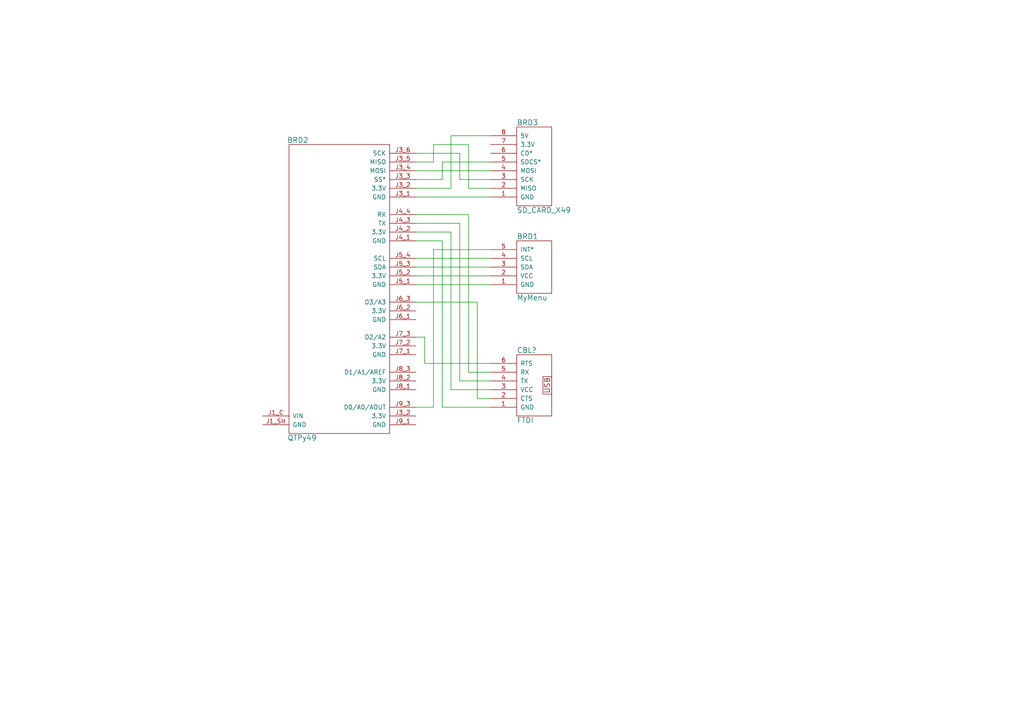
<source format=kicad_sch>
(kicad_sch (version 20211123) (generator eeschema)
  (paper "A4")
  (lib_symbols
    (symbol "LandBoards_Cards:FTDI" (pin_names (offset 1.016))
      (property "Reference" "BRD" (at 2.54 19.05 0))
      (property "Value" "FTDI" (at 2.54 -1.27 0))
      (symbol "FTDI_0_0"
        (rectangle (start -5.08 0) (end 5.08 17.78))
        (rectangle (start -5.08 11.43) (end -2.54 6.35))
        (text "USB" (at -3.81 8.89 900) (effects (font (size 1.524 1.524))))
      )
      (symbol "FTDI_1_1"
        (pin power_out line (at 12.7 15.24 180) (length 7.62) (name "GND") (number "1"))
        (pin input line (at 12.7 12.7 180) (length 7.62) (name "CTS") (number "2"))
        (pin power_out line (at 12.7 10.16 180) (length 7.62) (name "VCC") (number "3"))
        (pin output line (at 12.7 7.62 180) (length 7.62) (name "TX") (number "4"))
        (pin input line (at 12.7 5.08 180) (length 7.62) (name "RX") (number "5"))
        (pin output line (at 12.7 2.54 180) (length 7.62) (name "RTS") (number "6"))
      )
    )
    (symbol "LandBoards_Cards:MyMenu" (pin_names (offset 1.016))
      (property "Reference" "BRD" (at 1.27 11.43 0))
      (property "Value" "MyMenu" (at 0 -6.35 0))
      (symbol "MyMenu_0_0"
        (rectangle (start -5.08 10.16) (end 5.08 -5.08))
      )
      (symbol "MyMenu_1_1"
        (pin power_in line (at 12.7 7.62 180) (length 7.62) (name "GND") (number "1"))
        (pin power_in line (at 12.7 5.08 180) (length 7.62) (name "VCC") (number "2"))
        (pin bidirectional line (at 12.7 2.54 180) (length 7.62) (name "SDA") (number "3"))
        (pin input line (at 12.7 0 180) (length 7.62) (name "SCL") (number "4"))
        (pin output line (at 12.7 -2.54 180) (length 7.62) (name "INT*") (number "5"))
      )
    )
    (symbol "LandBoards_Cards:QTPy49" (pin_names (offset 1.016))
      (property "Reference" "BRD" (at -1.27 45.72 0))
      (property "Value" "QTPy49" (at -1.27 -40.64 0))
      (symbol "QTPy49_0_0"
        (rectangle (start -16.51 44.45) (end 12.7 -39.37))
      )
      (symbol "QTPy49_1_1"
        (pin power_in line (at -24.13 -34.29 0) (length 7.62) (name "VIN") (number "J1_C"))
        (pin power_in line (at -24.13 -36.83 0) (length 7.62) (name "GND") (number "J1_SH"))
        (pin power_in line (at 20.32 29.21 180) (length 7.62) (name "GND") (number "J3_1"))
        (pin power_out line (at 20.32 -34.29 180) (length 7.62) (name "3.3V") (number "J3_2"))
        (pin power_out line (at 20.32 31.75 180) (length 7.62) (name "3.3V") (number "J3_2"))
        (pin output line (at 20.32 34.29 180) (length 7.62) (name "SS*") (number "J3_3"))
        (pin output line (at 20.32 36.83 180) (length 7.62) (name "MOSI") (number "J3_4"))
        (pin input line (at 20.32 39.37 180) (length 7.62) (name "MISO") (number "J3_5"))
        (pin output line (at 20.32 41.91 180) (length 7.62) (name "SCK") (number "J3_6"))
        (pin power_in line (at 20.32 16.51 180) (length 7.62) (name "GND") (number "J4_1"))
        (pin power_out line (at 20.32 19.05 180) (length 7.62) (name "3.3V") (number "J4_2"))
        (pin output line (at 20.32 21.59 180) (length 7.62) (name "TX") (number "J4_3"))
        (pin output line (at 20.32 24.13 180) (length 7.62) (name "RX") (number "J4_4"))
        (pin power_in line (at 20.32 3.81 180) (length 7.62) (name "GND") (number "J5_1"))
        (pin power_out line (at 20.32 6.35 180) (length 7.62) (name "3.3V") (number "J5_2"))
        (pin bidirectional line (at 20.32 8.89 180) (length 7.62) (name "SDA") (number "J5_3"))
        (pin output line (at 20.32 11.43 180) (length 7.62) (name "SCL") (number "J5_4"))
        (pin power_in line (at 20.32 -6.35 180) (length 7.62) (name "GND") (number "J6_1"))
        (pin power_out line (at 20.32 -3.81 180) (length 7.62) (name "3.3V") (number "J6_2"))
        (pin bidirectional line (at 20.32 -1.27 180) (length 7.62) (name "D3/A3") (number "J6_3"))
        (pin power_in line (at 20.32 -16.51 180) (length 7.62) (name "GND") (number "J7_1"))
        (pin power_out line (at 20.32 -13.97 180) (length 7.62) (name "3.3V") (number "J7_2"))
        (pin bidirectional line (at 20.32 -11.43 180) (length 7.62) (name "D2/A2") (number "J7_3"))
        (pin power_in line (at 20.32 -26.67 180) (length 7.62) (name "GND") (number "J8_1"))
        (pin power_out line (at 20.32 -24.13 180) (length 7.62) (name "3.3V") (number "J8_2"))
        (pin bidirectional line (at 20.32 -21.59 180) (length 7.62) (name "D1/A1/AREF") (number "J8_3"))
        (pin power_in line (at 20.32 -36.83 180) (length 7.62) (name "GND") (number "J9_1"))
        (pin bidirectional line (at 20.32 -31.75 180) (length 7.62) (name "D0/A0/AOUT") (number "J9_3"))
      )
    )
    (symbol "LandBoards_Cards:SD_CARD_X49" (pin_names (offset 1.016))
      (property "Reference" "BRD" (at 0 11.43 0))
      (property "Value" "SD_CARD_X49" (at 0 -13.97 0))
      (symbol "SD_CARD_X49_0_0"
        (rectangle (start -5.08 10.16) (end 5.08 -12.7))
      )
      (symbol "SD_CARD_X49_1_1"
        (pin power_in line (at -12.7 -10.16 0) (length 7.62) (name "GND") (number "1"))
        (pin output line (at -12.7 -7.62 0) (length 7.62) (name "MISO") (number "2"))
        (pin input line (at -12.7 -5.08 0) (length 7.62) (name "SCK") (number "3"))
        (pin input line (at -12.7 -2.54 0) (length 7.62) (name "MOSI") (number "4"))
        (pin input line (at -12.7 0 0) (length 7.62) (name "SDCS*") (number "5"))
        (pin output line (at -12.7 2.54 0) (length 7.62) (name "CD*") (number "6"))
        (pin power_out line (at -12.7 5.08 0) (length 7.62) (name "3.3V") (number "7"))
        (pin power_in line (at -12.7 7.62 0) (length 7.62) (name "5V") (number "8"))
      )
    )
  )
  (wire (pts (xy 130.81 113.03) (xy 130.81 67.31)))
  (wire (pts (xy 135.89 41.91) (xy 125.73 41.91)))
  (wire (pts (xy 125.73 46.99) (xy 120.65 46.99)))
  (wire (pts (xy 120.65 77.47) (xy 142.24 77.47)))
  (wire (pts (xy 135.89 54.61) (xy 135.89 41.91)))
  (wire (pts (xy 120.65 74.93) (xy 142.24 74.93)))
  (wire (pts (xy 120.65 57.15) (xy 142.24 57.15)))
  (wire (pts (xy 135.89 107.95) (xy 135.89 62.23)))
  (wire (pts (xy 128.27 69.85) (xy 120.65 69.85)))
  (wire (pts (xy 135.89 54.61) (xy 142.24 54.61)))
  (wire (pts (xy 128.27 46.99) (xy 142.24 46.99)))
  (wire (pts (xy 120.65 87.63) (xy 138.43 87.63)))
  (wire (pts (xy 120.65 82.55) (xy 142.24 82.55)))
  (wire (pts (xy 142.24 110.49) (xy 133.35 110.49)))
  (wire (pts (xy 125.73 72.39) (xy 142.24 72.39)))
  (wire (pts (xy 138.43 87.63) (xy 138.43 115.57)))
  (wire (pts (xy 142.24 113.03) (xy 130.81 113.03)))
  (wire (pts (xy 142.24 118.11) (xy 128.27 118.11)))
  (wire (pts (xy 123.19 97.79) (xy 123.19 105.41)))
  (wire (pts (xy 120.65 54.61) (xy 130.81 54.61)))
  (wire (pts (xy 120.65 97.79) (xy 123.19 97.79)))
  (wire (pts (xy 133.35 52.07) (xy 133.35 44.45)))
  (wire (pts (xy 128.27 118.11) (xy 128.27 69.85)))
  (wire (pts (xy 133.35 44.45) (xy 120.65 44.45)))
  (wire (pts (xy 125.73 118.11) (xy 125.73 72.39)))
  (wire (pts (xy 142.24 52.07) (xy 133.35 52.07)))
  (wire (pts (xy 133.35 110.49) (xy 133.35 64.77)))
  (wire (pts (xy 133.35 64.77) (xy 120.65 64.77)))
  (wire (pts (xy 120.65 118.11) (xy 125.73 118.11)))
  (wire (pts (xy 120.65 80.01) (xy 142.24 80.01)))
  (wire (pts (xy 130.81 39.37) (xy 142.24 39.37)))
  (wire (pts (xy 128.27 52.07) (xy 128.27 46.99)))
  (wire (pts (xy 125.73 41.91) (xy 125.73 46.99)))
  (wire (pts (xy 120.65 52.07) (xy 128.27 52.07)))
  (wire (pts (xy 142.24 107.95) (xy 135.89 107.95)))
  (wire (pts (xy 120.65 49.53) (xy 142.24 49.53)))
  (wire (pts (xy 130.81 67.31) (xy 120.65 67.31)))
  (wire (pts (xy 123.19 105.41) (xy 142.24 105.41)))
  (wire (pts (xy 138.43 115.57) (xy 142.24 115.57)))
  (wire (pts (xy 130.81 54.61) (xy 130.81 39.37)))
  (wire (pts (xy 135.89 62.23) (xy 120.65 62.23)))
  (symbol (lib_id "LandBoards_Cards:MyMenu") (at 154.94 74.93 180) (unit 1)
    (property "Reference" "BRD1" (at 149.86 68.58 0) (effects (font (size 1.524 1.524)) (justify right)))
    (property "Value" "MyMenu" (at 149.86 86.36 0) (effects (font (size 1.524 1.524)) (justify right)))
  )
  (symbol (lib_id "LandBoards_Cards:QTPy49") (at 100.33 86.36 0) (unit 1)
    (property "Reference" "BRD2" (at 86.36 40.64 0) (effects (font (size 1.524 1.524))))
    (property "Value" "QTPy49" (at 87.63 127 0) (effects (font (size 1.524 1.524))))
  )
  (symbol (lib_id "LandBoards_Cards:FTDI") (at 154.94 102.87 180) (unit 1)
    (property "Reference" "CBL?" (at 149.86 101.6 0) (effects (font (size 1.524 1.524)) (justify right)))
    (property "Value" "FTDI" (at 149.86 121.92 0) (effects (font (size 1.524 1.524)) (justify right)))
  )
  (symbol (lib_id "LandBoards_Cards:SD_CARD_X49") (at 154.94 46.99 0) (unit 1)
    (property "Reference" "BRD3" (at 149.86 35.56 0) (effects (font (size 1.524 1.524)) (justify left)))
    (property "Value" "SD_CARD_X49" (at 149.86 60.96 0) (effects (font (size 1.524 1.524)) (justify left)))
  )
)
</source>
